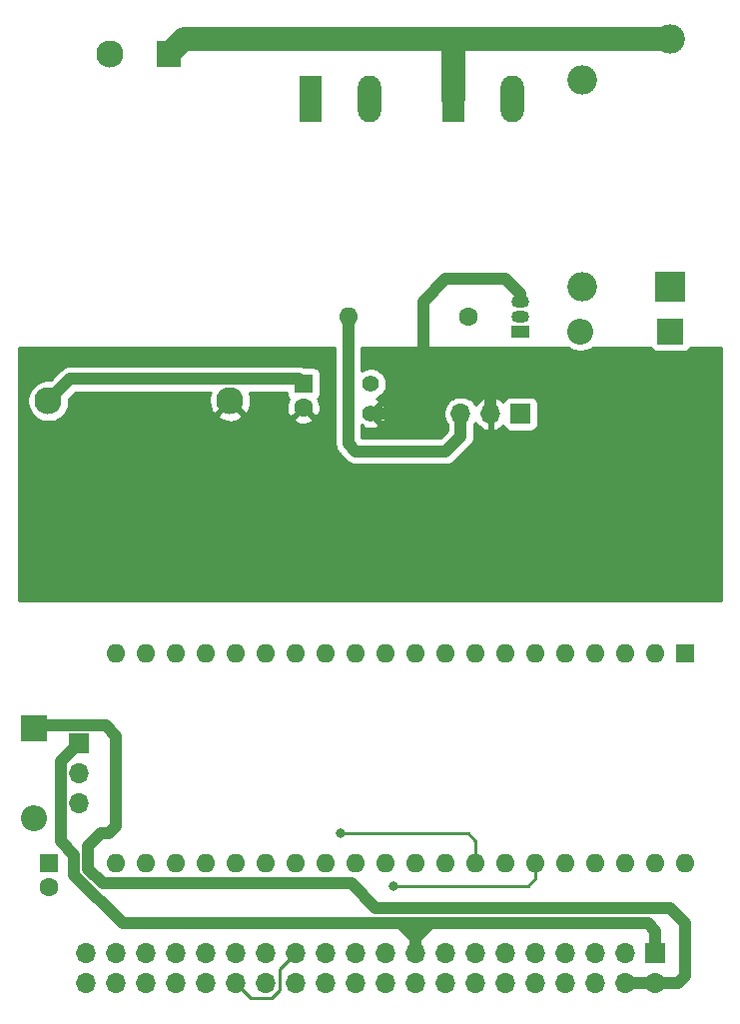
<source format=gbr>
%TF.GenerationSoftware,KiCad,Pcbnew,5.1.9-73d0e3b20d~88~ubuntu20.04.1*%
%TF.CreationDate,2021-03-24T09:58:02+01:00*%
%TF.ProjectId,TouchlessSwitch,546f7563-686c-4657-9373-537769746368,rev?*%
%TF.SameCoordinates,Original*%
%TF.FileFunction,Copper,L2,Bot*%
%TF.FilePolarity,Positive*%
%FSLAX46Y46*%
G04 Gerber Fmt 4.6, Leading zero omitted, Abs format (unit mm)*
G04 Created by KiCad (PCBNEW 5.1.9-73d0e3b20d~88~ubuntu20.04.1) date 2021-03-24 09:58:02*
%MOMM*%
%LPD*%
G01*
G04 APERTURE LIST*
%TA.AperFunction,ComponentPad*%
%ADD10O,1.700000X1.700000*%
%TD*%
%TA.AperFunction,ComponentPad*%
%ADD11R,1.700000X1.700000*%
%TD*%
%TA.AperFunction,ComponentPad*%
%ADD12R,1.500000X1.050000*%
%TD*%
%TA.AperFunction,ComponentPad*%
%ADD13O,1.500000X1.050000*%
%TD*%
%TA.AperFunction,ComponentPad*%
%ADD14O,1.600000X1.600000*%
%TD*%
%TA.AperFunction,ComponentPad*%
%ADD15C,1.600000*%
%TD*%
%TA.AperFunction,ComponentPad*%
%ADD16O,2.200000X2.200000*%
%TD*%
%TA.AperFunction,ComponentPad*%
%ADD17R,2.200000X2.200000*%
%TD*%
%TA.AperFunction,ComponentPad*%
%ADD18O,1.980000X3.960000*%
%TD*%
%TA.AperFunction,ComponentPad*%
%ADD19R,1.980000X3.960000*%
%TD*%
%TA.AperFunction,ComponentPad*%
%ADD20O,2.500000X2.500000*%
%TD*%
%TA.AperFunction,ComponentPad*%
%ADD21R,2.500000X2.500000*%
%TD*%
%TA.AperFunction,ComponentPad*%
%ADD22R,1.600000X1.600000*%
%TD*%
%TA.AperFunction,ComponentPad*%
%ADD23C,2.300000*%
%TD*%
%TA.AperFunction,ComponentPad*%
%ADD24R,2.000000X2.300000*%
%TD*%
%TA.AperFunction,ComponentPad*%
%ADD25C,1.400000*%
%TD*%
%TA.AperFunction,ViaPad*%
%ADD26C,0.800000*%
%TD*%
%TA.AperFunction,Conductor*%
%ADD27C,1.000000*%
%TD*%
%TA.AperFunction,Conductor*%
%ADD28C,0.250000*%
%TD*%
%TA.AperFunction,Conductor*%
%ADD29C,2.000000*%
%TD*%
%TA.AperFunction,Conductor*%
%ADD30C,0.254000*%
%TD*%
%TA.AperFunction,Conductor*%
%ADD31C,0.100000*%
%TD*%
G04 APERTURE END LIST*
D10*
%TO.P,K3,3*%
%TO.N,Net-(K3-Pad3)*%
X153035000Y-141605000D03*
%TO.P,K3,2*%
%TO.N,GND1*%
X153035000Y-139065000D03*
D11*
%TO.P,K3,1*%
%TO.N,+3V3*%
X153035000Y-136525000D03*
%TD*%
D10*
%TO.P,K5,3*%
%TO.N,Net-(K5-Pad3)*%
X185420000Y-108585000D03*
%TO.P,K5,2*%
%TO.N,GND*%
X187960000Y-108585000D03*
D11*
%TO.P,K5,1*%
%TO.N,Net-(C1-Pad1)*%
X190500000Y-108585000D03*
%TD*%
D12*
%TO.P,T1,1*%
%TO.N,Net-(D2-Pad2)*%
X190500000Y-101600000D03*
D13*
%TO.P,T1,3*%
%TO.N,GND*%
X190500000Y-99060000D03*
%TO.P,T1,2*%
%TO.N,Net-(R1-Pad1)*%
X190500000Y-100330000D03*
%TD*%
D14*
%TO.P,R1,2*%
%TO.N,Net-(K5-Pad3)*%
X175895000Y-100330000D03*
D15*
%TO.P,R1,1*%
%TO.N,Net-(R1-Pad1)*%
X186055000Y-100330000D03*
%TD*%
D16*
%TO.P,D2,2*%
%TO.N,Net-(D2-Pad2)*%
X195580000Y-101600000D03*
D17*
%TO.P,D2,1*%
%TO.N,Net-(C1-Pad1)*%
X203200000Y-101600000D03*
%TD*%
D18*
%TO.P,K2,2*%
%TO.N,Net-(K2-Pad1)*%
X177720000Y-81915000D03*
D19*
%TO.P,K2,1*%
X172720000Y-81915000D03*
%TD*%
D18*
%TO.P,K1,2*%
%TO.N,Net-(K1-Pad2)*%
X189785000Y-81915000D03*
D19*
%TO.P,K1,1*%
%TO.N,Net-(K1-Pad1)*%
X184785000Y-81915000D03*
%TD*%
D10*
%TO.P,K4,40*%
%TO.N,Net-(K4-Pad40)*%
X153670000Y-156845000D03*
%TO.P,K4,39*%
%TO.N,Net-(K4-Pad39)*%
X153670000Y-154305000D03*
%TO.P,K4,38*%
%TO.N,Net-(K4-Pad38)*%
X156210000Y-156845000D03*
%TO.P,K4,37*%
%TO.N,Net-(K4-Pad37)*%
X156210000Y-154305000D03*
%TO.P,K4,36*%
%TO.N,Net-(K4-Pad36)*%
X158750000Y-156845000D03*
%TO.P,K4,35*%
%TO.N,Net-(K4-Pad35)*%
X158750000Y-154305000D03*
%TO.P,K4,34*%
%TO.N,GND1*%
X161290000Y-156845000D03*
%TO.P,K4,33*%
%TO.N,Net-(K4-Pad33)*%
X161290000Y-154305000D03*
%TO.P,K4,32*%
%TO.N,Net-(K4-Pad32)*%
X163830000Y-156845000D03*
%TO.P,K4,31*%
%TO.N,Net-(K4-Pad31)*%
X163830000Y-154305000D03*
%TO.P,K4,30*%
%TO.N,GND1*%
X166370000Y-156845000D03*
%TO.P,K4,29*%
%TO.N,Net-(K4-Pad29)*%
X166370000Y-154305000D03*
%TO.P,K4,28*%
%TO.N,T_CS*%
X168910000Y-156845000D03*
%TO.P,K4,27*%
%TO.N,Net-(K4-Pad27)*%
X168910000Y-154305000D03*
%TO.P,K4,26*%
%TO.N,CS*%
X171450000Y-156845000D03*
%TO.P,K4,25*%
%TO.N,GND1*%
X171450000Y-154305000D03*
%TO.P,K4,24*%
%TO.N,RST*%
X173990000Y-156845000D03*
%TO.P,K4,23*%
%TO.N,Net-(K4-Pad23)*%
X173990000Y-154305000D03*
%TO.P,K4,22*%
%TO.N,DC*%
X176530000Y-156845000D03*
%TO.P,K4,21*%
%TO.N,Net-(K4-Pad21)*%
X176530000Y-154305000D03*
%TO.P,K4,20*%
%TO.N,GND1*%
X179070000Y-156845000D03*
%TO.P,K4,19*%
%TO.N,Net-(K4-Pad19)*%
X179070000Y-154305000D03*
%TO.P,K4,18*%
%TO.N,Net-(K4-Pad18)*%
X181610000Y-156845000D03*
%TO.P,K4,17*%
%TO.N,+3V3*%
X181610000Y-154305000D03*
%TO.P,K4,16*%
%TO.N,Net-(K4-Pad16)*%
X184150000Y-156845000D03*
%TO.P,K4,15*%
%TO.N,Net-(K4-Pad15)*%
X184150000Y-154305000D03*
%TO.P,K4,14*%
%TO.N,GND1*%
X186690000Y-156845000D03*
%TO.P,K4,13*%
%TO.N,Net-(K4-Pad13)*%
X186690000Y-154305000D03*
%TO.P,K4,12*%
%TO.N,Net-(K4-Pad12)*%
X189230000Y-156845000D03*
%TO.P,K4,11*%
%TO.N,MGC_RST*%
X189230000Y-154305000D03*
%TO.P,K4,10*%
%TO.N,Net-(K4-Pad10)*%
X191770000Y-156845000D03*
%TO.P,K4,9*%
%TO.N,GND1*%
X191770000Y-154305000D03*
%TO.P,K4,8*%
%TO.N,Net-(K4-Pad8)*%
X194310000Y-156845000D03*
%TO.P,K4,7*%
%TO.N,INT*%
X194310000Y-154305000D03*
%TO.P,K4,6*%
%TO.N,GND1*%
X196850000Y-156845000D03*
%TO.P,K4,5*%
%TO.N,Net-(K4-Pad5)*%
X196850000Y-154305000D03*
%TO.P,K4,4*%
%TO.N,5V*%
X199390000Y-156845000D03*
%TO.P,K4,3*%
%TO.N,Net-(K4-Pad3)*%
X199390000Y-154305000D03*
%TO.P,K4,2*%
%TO.N,5V*%
X201930000Y-156845000D03*
D11*
%TO.P,K4,1*%
%TO.N,+3V3*%
X201930000Y-154305000D03*
%TD*%
D20*
%TO.P,RE1,6*%
%TO.N,Net-(D2-Pad2)*%
X195700000Y-97790000D03*
%TO.P,RE1,5*%
%TO.N,Net-(K1-Pad2)*%
X195700000Y-80290000D03*
%TO.P,RE1,3*%
%TO.N,Net-(K1-Pad1)*%
X203200000Y-76790000D03*
D21*
%TO.P,RE1,1*%
%TO.N,Net-(C1-Pad1)*%
X203200000Y-97790000D03*
%TD*%
D14*
%TO.P,MOD3,40*%
%TO.N,Net-(MOD3-Pad40)*%
X204470000Y-146685000D03*
%TO.P,MOD3,20*%
%TO.N,5V*%
X156210000Y-128905000D03*
%TO.P,MOD3,39*%
%TO.N,Net-(MOD3-Pad39)*%
X201930000Y-146685000D03*
%TO.P,MOD3,19*%
%TO.N,GND1*%
X158750000Y-128905000D03*
%TO.P,MOD3,38*%
%TO.N,Net-(MOD3-Pad38)*%
X199390000Y-146685000D03*
%TO.P,MOD3,18*%
%TO.N,+3V3*%
X161290000Y-128905000D03*
%TO.P,MOD3,37*%
%TO.N,Net-(K4-Pad3)*%
X196850000Y-146685000D03*
%TO.P,MOD3,17*%
%TO.N,Net-(MOD3-Pad17)*%
X163830000Y-128905000D03*
%TO.P,MOD3,36*%
%TO.N,Net-(K4-Pad5)*%
X194310000Y-146685000D03*
%TO.P,MOD3,16*%
%TO.N,Net-(K3-Pad3)*%
X166370000Y-128905000D03*
%TO.P,MOD3,35*%
%TO.N,Net-(K4-Pad21)*%
X191770000Y-146685000D03*
%TO.P,MOD3,15*%
%TO.N,Net-(MOD3-Pad15)*%
X168910000Y-128905000D03*
%TO.P,MOD3,34*%
%TO.N,Net-(K4-Pad19)*%
X189230000Y-146685000D03*
%TO.P,MOD3,14*%
%TO.N,Net-(MOD3-Pad14)*%
X171450000Y-128905000D03*
%TO.P,MOD3,33*%
%TO.N,Net-(K4-Pad23)*%
X186690000Y-146685000D03*
%TO.P,MOD3,13*%
%TO.N,Net-(MOD3-Pad13)*%
X173990000Y-128905000D03*
%TO.P,MOD3,32*%
%TO.N,CS*%
X184150000Y-146685000D03*
%TO.P,MOD3,12*%
%TO.N,Net-(MOD3-Pad12)*%
X176530000Y-128905000D03*
%TO.P,MOD3,31*%
%TO.N,DC*%
X181610000Y-146685000D03*
%TO.P,MOD3,11*%
%TO.N,Net-(MOD3-Pad11)*%
X179070000Y-128905000D03*
%TO.P,MOD3,30*%
%TO.N,RST*%
X179070000Y-146685000D03*
%TO.P,MOD3,10*%
%TO.N,Net-(MOD3-Pad10)*%
X181610000Y-128905000D03*
%TO.P,MOD3,29*%
%TO.N,Net-(MOD3-Pad29)*%
X176530000Y-146685000D03*
%TO.P,MOD3,9*%
%TO.N,Net-(MOD3-Pad9)*%
X184150000Y-128905000D03*
%TO.P,MOD3,28*%
%TO.N,Net-(MOD3-Pad28)*%
X173990000Y-146685000D03*
%TO.P,MOD3,8*%
%TO.N,Net-(MOD3-Pad8)*%
X186690000Y-128905000D03*
%TO.P,MOD3,27*%
%TO.N,T_CS*%
X171450000Y-146685000D03*
%TO.P,MOD3,7*%
%TO.N,MGC_RST*%
X189230000Y-128905000D03*
%TO.P,MOD3,26*%
%TO.N,Net-(MOD3-Pad26)*%
X168910000Y-146685000D03*
%TO.P,MOD3,6*%
%TO.N,INT*%
X191770000Y-128905000D03*
%TO.P,MOD3,25*%
%TO.N,Net-(MOD3-Pad25)*%
X166370000Y-146685000D03*
%TO.P,MOD3,5*%
%TO.N,Net-(MOD3-Pad5)*%
X194310000Y-128905000D03*
%TO.P,MOD3,24*%
%TO.N,Net-(MOD3-Pad24)*%
X163830000Y-146685000D03*
%TO.P,MOD3,4*%
%TO.N,Net-(MOD3-Pad4)*%
X196850000Y-128905000D03*
%TO.P,MOD3,23*%
%TO.N,Net-(C4-Pad2)*%
X161290000Y-146685000D03*
%TO.P,MOD3,3*%
%TO.N,Net-(MOD3-Pad3)*%
X199390000Y-128905000D03*
%TO.P,MOD3,22*%
%TO.N,GND1*%
X158750000Y-146685000D03*
%TO.P,MOD3,2*%
%TO.N,Net-(MOD3-Pad2)*%
X201930000Y-128905000D03*
%TO.P,MOD3,21*%
%TO.N,Net-(D1-Pad2)*%
X156210000Y-146685000D03*
D22*
%TO.P,MOD3,1*%
%TO.N,Net-(MOD3-Pad1)*%
X204470000Y-128905000D03*
%TD*%
D23*
%TO.P,MOD1,4*%
%TO.N,Net-(C1-Pad1)*%
X150455000Y-107505000D03*
%TO.P,MOD1,2*%
%TO.N,Net-(K2-Pad1)*%
X155655000Y-78105000D03*
D24*
%TO.P,MOD1,1*%
%TO.N,Net-(K1-Pad1)*%
X160655000Y-78105000D03*
D23*
%TO.P,MOD1,3*%
%TO.N,GND*%
X165855000Y-107505000D03*
%TD*%
D16*
%TO.P,D1,2*%
%TO.N,Net-(D1-Pad2)*%
X149225000Y-142875000D03*
D17*
%TO.P,D1,1*%
%TO.N,5V*%
X149225000Y-135255000D03*
%TD*%
D15*
%TO.P,C4,2*%
%TO.N,Net-(C4-Pad2)*%
X150495000Y-148685000D03*
D22*
%TO.P,C4,1*%
%TO.N,GND1*%
X150495000Y-146685000D03*
%TD*%
D25*
%TO.P,C2,2*%
%TO.N,GND*%
X177800000Y-108545000D03*
%TO.P,C2,1*%
%TO.N,Net-(C1-Pad1)*%
X177800000Y-106045000D03*
%TD*%
D15*
%TO.P,C1,2*%
%TO.N,GND*%
X172085000Y-108045000D03*
D22*
%TO.P,C1,1*%
%TO.N,Net-(C1-Pad1)*%
X172085000Y-106045000D03*
%TD*%
D26*
%TO.N,Net-(K4-Pad23)*%
X175260000Y-144145000D03*
%TO.N,Net-(K4-Pad21)*%
X179705000Y-148590000D03*
%TD*%
D27*
%TO.N,GND*%
X189230000Y-97155000D02*
X190500000Y-98425000D01*
X184150000Y-97155000D02*
X189230000Y-97155000D01*
X182245000Y-105410000D02*
X182245000Y-99060000D01*
X190500000Y-98425000D02*
X190500000Y-99060000D01*
X182245000Y-99060000D02*
X184150000Y-97155000D01*
X177800000Y-108545000D02*
X179110000Y-108545000D01*
X187960000Y-108585000D02*
X187960000Y-106680000D01*
X187960000Y-106680000D02*
X187325000Y-106045000D01*
X181610000Y-106045000D02*
X180975000Y-106680000D01*
X187325000Y-106045000D02*
X181610000Y-106045000D01*
X180975000Y-106680000D02*
X182245000Y-105410000D01*
X179110000Y-108545000D02*
X180975000Y-106680000D01*
D28*
%TO.N,GND1*%
X170085001Y-157409001D02*
X169379002Y-158115000D01*
X170085001Y-155669999D02*
X170085001Y-157409001D01*
X171450000Y-154305000D02*
X170085001Y-155669999D01*
X167640000Y-158115000D02*
X166370000Y-156845000D01*
X169379002Y-158115000D02*
X167640000Y-158115000D01*
D27*
%TO.N,+3V3*%
X201295000Y-151765000D02*
X182880000Y-151765000D01*
X182880000Y-151765000D02*
X181610000Y-153035000D01*
X201930000Y-152400000D02*
X201295000Y-151765000D01*
X201930000Y-154305000D02*
X201930000Y-152400000D01*
X156737932Y-151765000D02*
X156845000Y-151765000D01*
X152629992Y-147657060D02*
X156737932Y-151765000D01*
X152629991Y-145959989D02*
X152629992Y-147657060D01*
X151484999Y-144814997D02*
X152629991Y-145959989D01*
X151484999Y-138075001D02*
X151484999Y-144814997D01*
X181610000Y-153035000D02*
X180340000Y-151765000D01*
X181610000Y-154305000D02*
X181610000Y-153035000D01*
X180340000Y-151765000D02*
X156845000Y-151765000D01*
X181610000Y-154305000D02*
X181610000Y-151765000D01*
X181610000Y-151765000D02*
X180340000Y-151765000D01*
X182880000Y-151765000D02*
X181610000Y-151765000D01*
X153035000Y-136525000D02*
X151484999Y-138075001D01*
%TO.N,Net-(C1-Pad1)*%
X171694999Y-105654999D02*
X172085000Y-106045000D01*
X152305001Y-105654999D02*
X171694999Y-105654999D01*
X150455000Y-107505000D02*
X152305001Y-105654999D01*
D29*
%TO.N,Net-(K1-Pad1)*%
X184785000Y-77470000D02*
X184785000Y-81915000D01*
X184150000Y-76835000D02*
X184785000Y-77470000D01*
X161925000Y-76835000D02*
X184150000Y-76835000D01*
X160655000Y-78105000D02*
X161925000Y-76835000D01*
X203155000Y-76835000D02*
X203200000Y-76790000D01*
X184150000Y-76835000D02*
X203155000Y-76835000D01*
D28*
%TO.N,Net-(K4-Pad23)*%
X175260000Y-144145000D02*
X186055000Y-144145000D01*
X186055000Y-144145000D02*
X186690000Y-144780000D01*
X186690000Y-144780000D02*
X186690000Y-146685000D01*
%TO.N,Net-(K4-Pad21)*%
X191770000Y-146685000D02*
X191770000Y-147955000D01*
X191135000Y-148590000D02*
X179705000Y-148590000D01*
X191770000Y-147955000D02*
X191135000Y-148590000D01*
D27*
%TO.N,5V*%
X199390000Y-156845000D02*
X201930000Y-156845000D01*
X176129732Y-148399990D02*
X155069992Y-148399990D01*
X203200000Y-150495000D02*
X178224742Y-150495000D01*
X204470000Y-156210000D02*
X204470000Y-151765000D01*
X203835000Y-156845000D02*
X204470000Y-156210000D01*
X178224742Y-150495000D02*
X176129732Y-148399990D01*
X204470000Y-151765000D02*
X203200000Y-150495000D01*
X201930000Y-156845000D02*
X203835000Y-156845000D01*
X149505001Y-134974999D02*
X155294999Y-134974999D01*
X149225000Y-135255000D02*
X149505001Y-134974999D01*
X155294999Y-134974999D02*
X156210000Y-135890000D01*
X156210000Y-135890000D02*
X156210000Y-143510000D01*
X156210000Y-143510000D02*
X155575000Y-144145000D01*
X155575000Y-144145000D02*
X154940000Y-144145000D01*
X153830001Y-145254999D02*
X153830001Y-147159999D01*
X154940000Y-144145000D02*
X153830001Y-145254999D01*
X155069992Y-148399990D02*
X153830001Y-147159999D01*
%TO.N,Net-(K5-Pad3)*%
X185420000Y-110490000D02*
X185420000Y-108585000D01*
X184150000Y-111760000D02*
X185420000Y-110490000D01*
X176530000Y-111760000D02*
X184150000Y-111760000D01*
X175895000Y-111125000D02*
X176530000Y-111760000D01*
X175895000Y-100330000D02*
X175895000Y-111125000D01*
%TD*%
D30*
%TO.N,GND*%
X174760001Y-111069239D02*
X174754509Y-111125000D01*
X174776423Y-111347498D01*
X174841324Y-111561446D01*
X174890384Y-111653230D01*
X174946717Y-111758623D01*
X175088552Y-111931449D01*
X175131860Y-111966991D01*
X175688008Y-112523140D01*
X175723551Y-112566449D01*
X175766857Y-112601989D01*
X175896377Y-112708284D01*
X176093553Y-112813676D01*
X176307501Y-112878577D01*
X176530000Y-112900491D01*
X176585752Y-112895000D01*
X184094249Y-112895000D01*
X184150000Y-112900491D01*
X184205751Y-112895000D01*
X184205752Y-112895000D01*
X184372499Y-112878577D01*
X184586447Y-112813676D01*
X184783623Y-112708284D01*
X184956449Y-112566449D01*
X184991996Y-112523135D01*
X186183140Y-111331992D01*
X186226449Y-111296449D01*
X186368284Y-111123623D01*
X186473676Y-110926447D01*
X186538577Y-110712499D01*
X186555000Y-110545752D01*
X186555000Y-110545745D01*
X186560490Y-110490001D01*
X186555000Y-110434257D01*
X186555000Y-109550107D01*
X186573475Y-109531632D01*
X186695195Y-109349466D01*
X186764822Y-109466355D01*
X186959731Y-109682588D01*
X187193080Y-109856641D01*
X187455901Y-109981825D01*
X187603110Y-110026476D01*
X187833000Y-109905155D01*
X187833000Y-108712000D01*
X187813000Y-108712000D01*
X187813000Y-108458000D01*
X187833000Y-108458000D01*
X187833000Y-107264845D01*
X188087000Y-107264845D01*
X188087000Y-108458000D01*
X188107000Y-108458000D01*
X188107000Y-108712000D01*
X188087000Y-108712000D01*
X188087000Y-109905155D01*
X188316890Y-110026476D01*
X188464099Y-109981825D01*
X188726920Y-109856641D01*
X188960269Y-109682588D01*
X189036034Y-109598534D01*
X189060498Y-109679180D01*
X189119463Y-109789494D01*
X189198815Y-109886185D01*
X189295506Y-109965537D01*
X189405820Y-110024502D01*
X189525518Y-110060812D01*
X189650000Y-110073072D01*
X191350000Y-110073072D01*
X191474482Y-110060812D01*
X191594180Y-110024502D01*
X191704494Y-109965537D01*
X191801185Y-109886185D01*
X191880537Y-109789494D01*
X191939502Y-109679180D01*
X191975812Y-109559482D01*
X191988072Y-109435000D01*
X191988072Y-107735000D01*
X191975812Y-107610518D01*
X191939502Y-107490820D01*
X191880537Y-107380506D01*
X191801185Y-107283815D01*
X191704494Y-107204463D01*
X191594180Y-107145498D01*
X191474482Y-107109188D01*
X191350000Y-107096928D01*
X189650000Y-107096928D01*
X189525518Y-107109188D01*
X189405820Y-107145498D01*
X189295506Y-107204463D01*
X189198815Y-107283815D01*
X189119463Y-107380506D01*
X189060498Y-107490820D01*
X189036034Y-107571466D01*
X188960269Y-107487412D01*
X188726920Y-107313359D01*
X188464099Y-107188175D01*
X188316890Y-107143524D01*
X188087000Y-107264845D01*
X187833000Y-107264845D01*
X187603110Y-107143524D01*
X187455901Y-107188175D01*
X187193080Y-107313359D01*
X186959731Y-107487412D01*
X186764822Y-107703645D01*
X186695195Y-107820534D01*
X186573475Y-107638368D01*
X186366632Y-107431525D01*
X186123411Y-107269010D01*
X185853158Y-107157068D01*
X185566260Y-107100000D01*
X185273740Y-107100000D01*
X184986842Y-107157068D01*
X184716589Y-107269010D01*
X184473368Y-107431525D01*
X184266525Y-107638368D01*
X184104010Y-107881589D01*
X183992068Y-108151842D01*
X183935000Y-108438740D01*
X183935000Y-108731260D01*
X183992068Y-109018158D01*
X184104010Y-109288411D01*
X184266525Y-109531632D01*
X184285000Y-109550107D01*
X184285000Y-110019868D01*
X183679869Y-110625000D01*
X177030000Y-110625000D01*
X177030000Y-109494608D01*
X177058337Y-109466271D01*
X177117797Y-109700037D01*
X177356242Y-109810934D01*
X177611740Y-109873183D01*
X177874473Y-109884390D01*
X178134344Y-109844125D01*
X178381366Y-109753935D01*
X178482203Y-109700037D01*
X178541664Y-109466269D01*
X177800000Y-108724605D01*
X177785858Y-108738748D01*
X177606253Y-108559143D01*
X177620395Y-108545000D01*
X177979605Y-108545000D01*
X178721269Y-109286664D01*
X178955037Y-109227203D01*
X179065934Y-108988758D01*
X179128183Y-108733260D01*
X179139390Y-108470527D01*
X179099125Y-108210656D01*
X179008935Y-107963634D01*
X178955037Y-107862797D01*
X178721269Y-107803336D01*
X177979605Y-108545000D01*
X177620395Y-108545000D01*
X177606253Y-108530858D01*
X177785858Y-108351253D01*
X177800000Y-108365395D01*
X178541664Y-107623731D01*
X178482203Y-107389963D01*
X178274596Y-107293408D01*
X178432359Y-107228061D01*
X178651013Y-107081962D01*
X178836962Y-106896013D01*
X178983061Y-106677359D01*
X179083696Y-106434405D01*
X179135000Y-106176486D01*
X179135000Y-105913514D01*
X179083696Y-105655595D01*
X178983061Y-105412641D01*
X178836962Y-105193987D01*
X178651013Y-105008038D01*
X178432359Y-104861939D01*
X178189405Y-104761304D01*
X177931486Y-104710000D01*
X177668514Y-104710000D01*
X177410595Y-104761304D01*
X177167641Y-104861939D01*
X177030000Y-104953907D01*
X177030000Y-102997000D01*
X194547840Y-102997000D01*
X194758169Y-103137537D01*
X195073919Y-103268325D01*
X195409117Y-103335000D01*
X195750883Y-103335000D01*
X196086081Y-103268325D01*
X196401831Y-103137537D01*
X196612160Y-102997000D01*
X201538731Y-102997000D01*
X201569463Y-103054494D01*
X201648815Y-103151185D01*
X201745506Y-103230537D01*
X201855820Y-103289502D01*
X201975518Y-103325812D01*
X202100000Y-103338072D01*
X204300000Y-103338072D01*
X204424482Y-103325812D01*
X204544180Y-103289502D01*
X204654494Y-103230537D01*
X204751185Y-103151185D01*
X204830537Y-103054494D01*
X204861269Y-102997000D01*
X207518000Y-102997000D01*
X207518000Y-124435000D01*
X147980000Y-124435000D01*
X147980000Y-107329193D01*
X148670000Y-107329193D01*
X148670000Y-107680807D01*
X148738596Y-108025665D01*
X148873153Y-108350515D01*
X149068500Y-108642871D01*
X149317129Y-108891500D01*
X149609485Y-109086847D01*
X149934335Y-109221404D01*
X150279193Y-109290000D01*
X150630807Y-109290000D01*
X150975665Y-109221404D01*
X151300515Y-109086847D01*
X151592871Y-108891500D01*
X151737022Y-108747349D01*
X164792256Y-108747349D01*
X164906118Y-109027090D01*
X165221296Y-109182961D01*
X165560826Y-109274349D01*
X165911661Y-109297741D01*
X166260319Y-109252240D01*
X166593400Y-109139594D01*
X166784028Y-109037702D01*
X171271903Y-109037702D01*
X171343486Y-109281671D01*
X171598996Y-109402571D01*
X171873184Y-109471300D01*
X172155512Y-109485217D01*
X172435130Y-109443787D01*
X172701292Y-109348603D01*
X172826514Y-109281671D01*
X172898097Y-109037702D01*
X172085000Y-108224605D01*
X171271903Y-109037702D01*
X166784028Y-109037702D01*
X166803882Y-109027090D01*
X166917744Y-108747349D01*
X165855000Y-107684605D01*
X164792256Y-108747349D01*
X151737022Y-108747349D01*
X151841500Y-108642871D01*
X152036847Y-108350515D01*
X152171404Y-108025665D01*
X152240000Y-107680807D01*
X152240000Y-107329193D01*
X152239326Y-107325806D01*
X152775134Y-106789999D01*
X164217244Y-106789999D01*
X164177039Y-106871296D01*
X164085651Y-107210826D01*
X164062259Y-107561661D01*
X164107760Y-107910319D01*
X164220406Y-108243400D01*
X164332910Y-108453882D01*
X164612651Y-108567744D01*
X165675395Y-107505000D01*
X165661253Y-107490858D01*
X165840858Y-107311253D01*
X165855000Y-107325395D01*
X165869143Y-107311253D01*
X166048748Y-107490858D01*
X166034605Y-107505000D01*
X167097349Y-108567744D01*
X167377090Y-108453882D01*
X167532961Y-108138704D01*
X167624349Y-107799174D01*
X167647741Y-107448339D01*
X167602240Y-107099681D01*
X167497507Y-106789999D01*
X170646928Y-106789999D01*
X170646928Y-106845000D01*
X170659188Y-106969482D01*
X170695498Y-107089180D01*
X170754463Y-107199494D01*
X170833815Y-107296185D01*
X170846758Y-107306807D01*
X170727429Y-107558996D01*
X170658700Y-107833184D01*
X170644783Y-108115512D01*
X170686213Y-108395130D01*
X170781397Y-108661292D01*
X170848329Y-108786514D01*
X171092298Y-108858097D01*
X171905395Y-108045000D01*
X171891253Y-108030858D01*
X172070858Y-107851253D01*
X172085000Y-107865395D01*
X172099143Y-107851253D01*
X172278748Y-108030858D01*
X172264605Y-108045000D01*
X173077702Y-108858097D01*
X173321671Y-108786514D01*
X173442571Y-108531004D01*
X173511300Y-108256816D01*
X173525217Y-107974488D01*
X173483787Y-107694870D01*
X173388603Y-107428708D01*
X173323384Y-107306691D01*
X173336185Y-107296185D01*
X173415537Y-107199494D01*
X173474502Y-107089180D01*
X173510812Y-106969482D01*
X173523072Y-106845000D01*
X173523072Y-105245000D01*
X173510812Y-105120518D01*
X173474502Y-105000820D01*
X173415537Y-104890506D01*
X173336185Y-104793815D01*
X173239494Y-104714463D01*
X173129180Y-104655498D01*
X173009482Y-104619188D01*
X172885000Y-104606928D01*
X172141932Y-104606928D01*
X172131446Y-104601323D01*
X171917498Y-104536422D01*
X171750751Y-104519999D01*
X171750750Y-104519999D01*
X171694999Y-104514508D01*
X171639248Y-104519999D01*
X152360753Y-104519999D01*
X152305001Y-104514508D01*
X152082502Y-104536422D01*
X151868554Y-104601323D01*
X151671378Y-104706715D01*
X151541857Y-104813010D01*
X151541856Y-104813011D01*
X151498552Y-104848550D01*
X151463014Y-104891853D01*
X150634194Y-105720674D01*
X150630807Y-105720000D01*
X150279193Y-105720000D01*
X149934335Y-105788596D01*
X149609485Y-105923153D01*
X149317129Y-106118500D01*
X149068500Y-106367129D01*
X148873153Y-106659485D01*
X148738596Y-106984335D01*
X148670000Y-107329193D01*
X147980000Y-107329193D01*
X147980000Y-102997000D01*
X174760000Y-102997000D01*
X174760001Y-111069239D01*
%TA.AperFunction,Conductor*%
D31*
G36*
X174760001Y-111069239D02*
G01*
X174754509Y-111125000D01*
X174776423Y-111347498D01*
X174841324Y-111561446D01*
X174890384Y-111653230D01*
X174946717Y-111758623D01*
X175088552Y-111931449D01*
X175131860Y-111966991D01*
X175688008Y-112523140D01*
X175723551Y-112566449D01*
X175766857Y-112601989D01*
X175896377Y-112708284D01*
X176093553Y-112813676D01*
X176307501Y-112878577D01*
X176530000Y-112900491D01*
X176585752Y-112895000D01*
X184094249Y-112895000D01*
X184150000Y-112900491D01*
X184205751Y-112895000D01*
X184205752Y-112895000D01*
X184372499Y-112878577D01*
X184586447Y-112813676D01*
X184783623Y-112708284D01*
X184956449Y-112566449D01*
X184991996Y-112523135D01*
X186183140Y-111331992D01*
X186226449Y-111296449D01*
X186368284Y-111123623D01*
X186473676Y-110926447D01*
X186538577Y-110712499D01*
X186555000Y-110545752D01*
X186555000Y-110545745D01*
X186560490Y-110490001D01*
X186555000Y-110434257D01*
X186555000Y-109550107D01*
X186573475Y-109531632D01*
X186695195Y-109349466D01*
X186764822Y-109466355D01*
X186959731Y-109682588D01*
X187193080Y-109856641D01*
X187455901Y-109981825D01*
X187603110Y-110026476D01*
X187833000Y-109905155D01*
X187833000Y-108712000D01*
X187813000Y-108712000D01*
X187813000Y-108458000D01*
X187833000Y-108458000D01*
X187833000Y-107264845D01*
X188087000Y-107264845D01*
X188087000Y-108458000D01*
X188107000Y-108458000D01*
X188107000Y-108712000D01*
X188087000Y-108712000D01*
X188087000Y-109905155D01*
X188316890Y-110026476D01*
X188464099Y-109981825D01*
X188726920Y-109856641D01*
X188960269Y-109682588D01*
X189036034Y-109598534D01*
X189060498Y-109679180D01*
X189119463Y-109789494D01*
X189198815Y-109886185D01*
X189295506Y-109965537D01*
X189405820Y-110024502D01*
X189525518Y-110060812D01*
X189650000Y-110073072D01*
X191350000Y-110073072D01*
X191474482Y-110060812D01*
X191594180Y-110024502D01*
X191704494Y-109965537D01*
X191801185Y-109886185D01*
X191880537Y-109789494D01*
X191939502Y-109679180D01*
X191975812Y-109559482D01*
X191988072Y-109435000D01*
X191988072Y-107735000D01*
X191975812Y-107610518D01*
X191939502Y-107490820D01*
X191880537Y-107380506D01*
X191801185Y-107283815D01*
X191704494Y-107204463D01*
X191594180Y-107145498D01*
X191474482Y-107109188D01*
X191350000Y-107096928D01*
X189650000Y-107096928D01*
X189525518Y-107109188D01*
X189405820Y-107145498D01*
X189295506Y-107204463D01*
X189198815Y-107283815D01*
X189119463Y-107380506D01*
X189060498Y-107490820D01*
X189036034Y-107571466D01*
X188960269Y-107487412D01*
X188726920Y-107313359D01*
X188464099Y-107188175D01*
X188316890Y-107143524D01*
X188087000Y-107264845D01*
X187833000Y-107264845D01*
X187603110Y-107143524D01*
X187455901Y-107188175D01*
X187193080Y-107313359D01*
X186959731Y-107487412D01*
X186764822Y-107703645D01*
X186695195Y-107820534D01*
X186573475Y-107638368D01*
X186366632Y-107431525D01*
X186123411Y-107269010D01*
X185853158Y-107157068D01*
X185566260Y-107100000D01*
X185273740Y-107100000D01*
X184986842Y-107157068D01*
X184716589Y-107269010D01*
X184473368Y-107431525D01*
X184266525Y-107638368D01*
X184104010Y-107881589D01*
X183992068Y-108151842D01*
X183935000Y-108438740D01*
X183935000Y-108731260D01*
X183992068Y-109018158D01*
X184104010Y-109288411D01*
X184266525Y-109531632D01*
X184285000Y-109550107D01*
X184285000Y-110019868D01*
X183679869Y-110625000D01*
X177030000Y-110625000D01*
X177030000Y-109494608D01*
X177058337Y-109466271D01*
X177117797Y-109700037D01*
X177356242Y-109810934D01*
X177611740Y-109873183D01*
X177874473Y-109884390D01*
X178134344Y-109844125D01*
X178381366Y-109753935D01*
X178482203Y-109700037D01*
X178541664Y-109466269D01*
X177800000Y-108724605D01*
X177785858Y-108738748D01*
X177606253Y-108559143D01*
X177620395Y-108545000D01*
X177979605Y-108545000D01*
X178721269Y-109286664D01*
X178955037Y-109227203D01*
X179065934Y-108988758D01*
X179128183Y-108733260D01*
X179139390Y-108470527D01*
X179099125Y-108210656D01*
X179008935Y-107963634D01*
X178955037Y-107862797D01*
X178721269Y-107803336D01*
X177979605Y-108545000D01*
X177620395Y-108545000D01*
X177606253Y-108530858D01*
X177785858Y-108351253D01*
X177800000Y-108365395D01*
X178541664Y-107623731D01*
X178482203Y-107389963D01*
X178274596Y-107293408D01*
X178432359Y-107228061D01*
X178651013Y-107081962D01*
X178836962Y-106896013D01*
X178983061Y-106677359D01*
X179083696Y-106434405D01*
X179135000Y-106176486D01*
X179135000Y-105913514D01*
X179083696Y-105655595D01*
X178983061Y-105412641D01*
X178836962Y-105193987D01*
X178651013Y-105008038D01*
X178432359Y-104861939D01*
X178189405Y-104761304D01*
X177931486Y-104710000D01*
X177668514Y-104710000D01*
X177410595Y-104761304D01*
X177167641Y-104861939D01*
X177030000Y-104953907D01*
X177030000Y-102997000D01*
X194547840Y-102997000D01*
X194758169Y-103137537D01*
X195073919Y-103268325D01*
X195409117Y-103335000D01*
X195750883Y-103335000D01*
X196086081Y-103268325D01*
X196401831Y-103137537D01*
X196612160Y-102997000D01*
X201538731Y-102997000D01*
X201569463Y-103054494D01*
X201648815Y-103151185D01*
X201745506Y-103230537D01*
X201855820Y-103289502D01*
X201975518Y-103325812D01*
X202100000Y-103338072D01*
X204300000Y-103338072D01*
X204424482Y-103325812D01*
X204544180Y-103289502D01*
X204654494Y-103230537D01*
X204751185Y-103151185D01*
X204830537Y-103054494D01*
X204861269Y-102997000D01*
X207518000Y-102997000D01*
X207518000Y-124435000D01*
X147980000Y-124435000D01*
X147980000Y-107329193D01*
X148670000Y-107329193D01*
X148670000Y-107680807D01*
X148738596Y-108025665D01*
X148873153Y-108350515D01*
X149068500Y-108642871D01*
X149317129Y-108891500D01*
X149609485Y-109086847D01*
X149934335Y-109221404D01*
X150279193Y-109290000D01*
X150630807Y-109290000D01*
X150975665Y-109221404D01*
X151300515Y-109086847D01*
X151592871Y-108891500D01*
X151737022Y-108747349D01*
X164792256Y-108747349D01*
X164906118Y-109027090D01*
X165221296Y-109182961D01*
X165560826Y-109274349D01*
X165911661Y-109297741D01*
X166260319Y-109252240D01*
X166593400Y-109139594D01*
X166784028Y-109037702D01*
X171271903Y-109037702D01*
X171343486Y-109281671D01*
X171598996Y-109402571D01*
X171873184Y-109471300D01*
X172155512Y-109485217D01*
X172435130Y-109443787D01*
X172701292Y-109348603D01*
X172826514Y-109281671D01*
X172898097Y-109037702D01*
X172085000Y-108224605D01*
X171271903Y-109037702D01*
X166784028Y-109037702D01*
X166803882Y-109027090D01*
X166917744Y-108747349D01*
X165855000Y-107684605D01*
X164792256Y-108747349D01*
X151737022Y-108747349D01*
X151841500Y-108642871D01*
X152036847Y-108350515D01*
X152171404Y-108025665D01*
X152240000Y-107680807D01*
X152240000Y-107329193D01*
X152239326Y-107325806D01*
X152775134Y-106789999D01*
X164217244Y-106789999D01*
X164177039Y-106871296D01*
X164085651Y-107210826D01*
X164062259Y-107561661D01*
X164107760Y-107910319D01*
X164220406Y-108243400D01*
X164332910Y-108453882D01*
X164612651Y-108567744D01*
X165675395Y-107505000D01*
X165661253Y-107490858D01*
X165840858Y-107311253D01*
X165855000Y-107325395D01*
X165869143Y-107311253D01*
X166048748Y-107490858D01*
X166034605Y-107505000D01*
X167097349Y-108567744D01*
X167377090Y-108453882D01*
X167532961Y-108138704D01*
X167624349Y-107799174D01*
X167647741Y-107448339D01*
X167602240Y-107099681D01*
X167497507Y-106789999D01*
X170646928Y-106789999D01*
X170646928Y-106845000D01*
X170659188Y-106969482D01*
X170695498Y-107089180D01*
X170754463Y-107199494D01*
X170833815Y-107296185D01*
X170846758Y-107306807D01*
X170727429Y-107558996D01*
X170658700Y-107833184D01*
X170644783Y-108115512D01*
X170686213Y-108395130D01*
X170781397Y-108661292D01*
X170848329Y-108786514D01*
X171092298Y-108858097D01*
X171905395Y-108045000D01*
X171891253Y-108030858D01*
X172070858Y-107851253D01*
X172085000Y-107865395D01*
X172099143Y-107851253D01*
X172278748Y-108030858D01*
X172264605Y-108045000D01*
X173077702Y-108858097D01*
X173321671Y-108786514D01*
X173442571Y-108531004D01*
X173511300Y-108256816D01*
X173525217Y-107974488D01*
X173483787Y-107694870D01*
X173388603Y-107428708D01*
X173323384Y-107306691D01*
X173336185Y-107296185D01*
X173415537Y-107199494D01*
X173474502Y-107089180D01*
X173510812Y-106969482D01*
X173523072Y-106845000D01*
X173523072Y-105245000D01*
X173510812Y-105120518D01*
X173474502Y-105000820D01*
X173415537Y-104890506D01*
X173336185Y-104793815D01*
X173239494Y-104714463D01*
X173129180Y-104655498D01*
X173009482Y-104619188D01*
X172885000Y-104606928D01*
X172141932Y-104606928D01*
X172131446Y-104601323D01*
X171917498Y-104536422D01*
X171750751Y-104519999D01*
X171750750Y-104519999D01*
X171694999Y-104514508D01*
X171639248Y-104519999D01*
X152360753Y-104519999D01*
X152305001Y-104514508D01*
X152082502Y-104536422D01*
X151868554Y-104601323D01*
X151671378Y-104706715D01*
X151541857Y-104813010D01*
X151541856Y-104813011D01*
X151498552Y-104848550D01*
X151463014Y-104891853D01*
X150634194Y-105720674D01*
X150630807Y-105720000D01*
X150279193Y-105720000D01*
X149934335Y-105788596D01*
X149609485Y-105923153D01*
X149317129Y-106118500D01*
X149068500Y-106367129D01*
X148873153Y-106659485D01*
X148738596Y-106984335D01*
X148670000Y-107329193D01*
X147980000Y-107329193D01*
X147980000Y-102997000D01*
X174760000Y-102997000D01*
X174760001Y-111069239D01*
G37*
%TD.AperFunction*%
%TD*%
M02*

</source>
